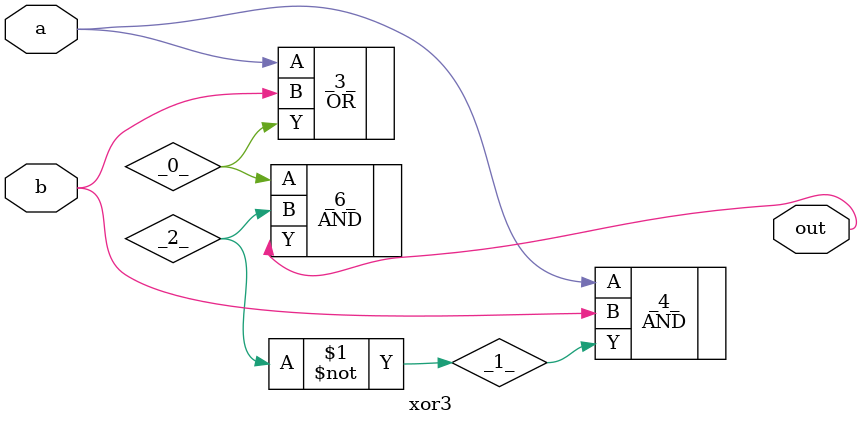
<source format=v>
/* Generated by Yosys 0.41+83 (git sha1 7045cf509, x86_64-w64-mingw32-g++ 13.2.1 -Os) */

/* cells_not_processed =  1  */
/* src = "xor3.v:2.1-12.10" */
module xor3(a, b, out);
  wire _0_;
  wire _1_;
  wire _2_;
  /* src = "xor3.v:3.9-3.10" */
  input a;
  wire a;
  /* src = "xor3.v:4.9-4.10" */
  input b;
  wire b;
  /* src = "xor3.v:5.14-5.17" */
  output out;
  wire out;
  OR _3_ (
    .A(a),
    .B(b),
    .Y(_0_)
  );
  AND _4_ (
    .A(a),
    .B(b),
    .Y(_1_)
  );
  not _5_ (
    .A(_1_),
    .Y(_2_)
  );
  AND _6_ (
    .A(_0_),
    .B(_2_),
    .Y(out)
  );
endmodule

</source>
